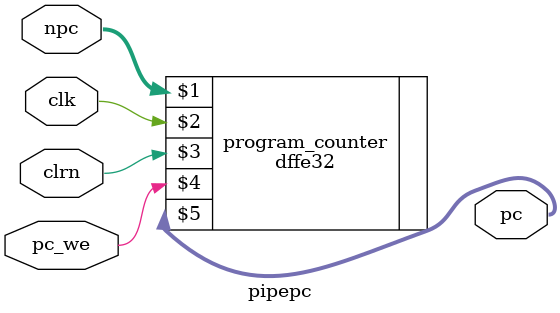
<source format=v>
module pipepc(npc, pc_we, clk, clrn, pc);
	input [31:0]	npc;
	input 			pc_we, clk, clrn;
	output [31:0] 	pc;

	dffe32 program_counter(npc, clk, clrn, pc_we, pc);
endmodule
</source>
